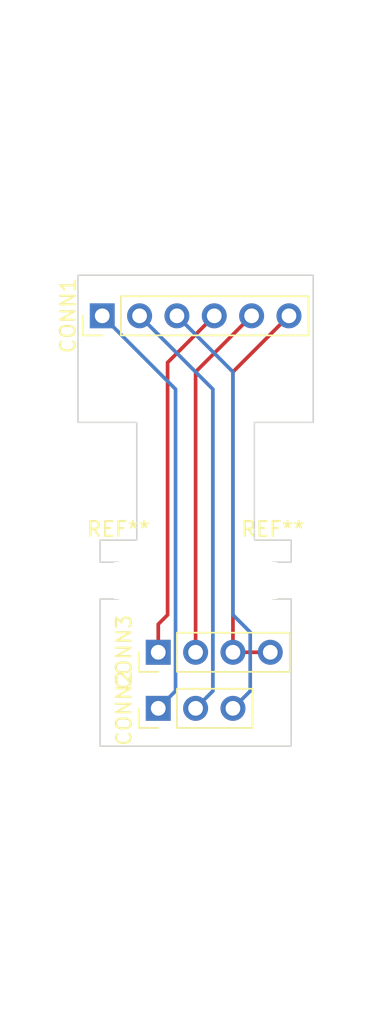
<source format=kicad_pcb>
(kicad_pcb (version 20221018) (generator pcbnew)
  (layers (0 "F.Cu" signal) (31 "B.Cu" signal) (34 "B.Paste" user) (35 "F.Paste" user) (36 "B.SilkS" user "B.Silkscreen") (37 "F.SilkS" user "F.Silkscreen") (38 "B.Mask" user) (39 "F.Mask" user) (44 "Edge.Cuts" user))
  (net 0 "")
  (net 1 "a")
  (net 2 "b")
  (net 3 "5v")
  (net 4 "enc")
  (net 5 "gnd")
  (net 6 "switch_a")
  (footprint "oomlout_oomp_part_footprints:hi14pth_electronic_header_2_54_mm_4_pin_through_hole" (layer "F.Cu") (at -2.54 7.62 90)
    (fp_text reference "CONN3" (at 0 -2.33 90) (layer "F.SilkS"))
    (fp_text value "hi14pth_electronic_header_2_54_mm_4_pin_through_hole")
    (fp_line (start -1.33 -1.33) (end 0 -1.33) (stroke (width 0.12)) (layer "F.SilkS"))
    (fp_line (start -1.33 0) (end -1.33 -1.33) (stroke (width 0.12)) (layer "F.SilkS"))
    (fp_line (start -1.33 1.27) (end -1.33 8.95) (stroke (width 0.12)) (layer "F.SilkS"))
    (fp_line (start -1.33 1.27) (end 1.33 1.27) (stroke (width 0.12)) (layer "F.SilkS"))
    (fp_line (start -1.33 8.95) (end 1.33 8.95) (stroke (width 0.12)) (layer "F.SilkS"))
    (fp_line (start 1.33 1.27) (end 1.33 8.95) (stroke (width 0.12)) (layer "F.SilkS"))
    (pad "1" thru_hole rect (at 0 0 90) (size 1.7 1.7) (drill 1) (layers "*.Cu" "*.Mask") (net 4 "enc"))
    (pad "2" thru_hole oval (at 0 2.54 90) (size 1.7 1.7) (drill 1) (layers "*.Cu" "*.Mask") (net 6 "switch_a"))
    (pad "3" thru_hole oval (at 0 5.08 90) (size 1.7 1.7) (drill 1) (layers "*.Cu" "*.Mask") (net 5 "gnd"))
    (pad "4" thru_hole oval (at 0 7.62 90) (size 1.7 1.7) (drill 1) (layers "*.Cu" "*.Mask") (net 5 "gnd"))
  )
  (footprint "oomlout_oomp_part_footprints:hi16pth_electronic_header_2_54_mm_6_pin_through_hole" (layer "F.Cu") (at -6.35 -15.24 90)
    (fp_text reference "CONN1" (at 0 -2.33 90) (layer "F.SilkS"))
    (fp_text value "hi16pth_electronic_header_2_54_mm_6_pin_through_hole")
    (fp_line (start -1.33 -1.33) (end 0 -1.33) (stroke (width 0.12)) (layer "F.SilkS"))
    (fp_line (start -1.33 0) (end -1.33 -1.33) (stroke (width 0.12)) (layer "F.SilkS"))
    (fp_line (start -1.33 1.27) (end -1.33 14.03) (stroke (width 0.12)) (layer "F.SilkS"))
    (fp_line (start -1.33 1.27) (end 1.33 1.27) (stroke (width 0.12)) (layer "F.SilkS"))
    (fp_line (start -1.33 14.03) (end 1.33 14.03) (stroke (width 0.12)) (layer "F.SilkS"))
    (fp_line (start 1.33 1.27) (end 1.33 14.03) (stroke (width 0.12)) (layer "F.SilkS"))
    (pad "1" thru_hole rect (at 0 0 90) (size 1.7 1.7) (drill 1) (layers "*.Cu" "*.Mask") (net 1 "a"))
    (pad "2" thru_hole oval (at 0 2.54 90) (size 1.7 1.7) (drill 1) (layers "*.Cu" "*.Mask") (net 2 "b"))
    (pad "3" thru_hole oval (at 0 5.08 90) (size 1.7 1.7) (drill 1) (layers "*.Cu" "*.Mask") (net 3 "5v"))
    (pad "4" thru_hole oval (at 0 7.62 90) (size 1.7 1.7) (drill 1) (layers "*.Cu" "*.Mask") (net 4 "enc"))
    (pad "5" thru_hole oval (at 0 10.16 90) (size 1.7 1.7) (drill 1) (layers "*.Cu" "*.Mask") (net 6 "switch_a"))
    (pad "6" thru_hole oval (at 0 12.7 90) (size 1.7 1.7) (drill 1) (layers "*.Cu" "*.Mask") (net 5 "gnd"))
  )
  (footprint "MountingHole:MountingHole_2.5mm" (layer "F.Cu") (at 5.25 2.75)
    (fp_text reference "REF**" (at 0 -3.5) (layer "F.SilkS"))
    (fp_text value "MountingHole_2.5mm")
    (pad "" np_thru_hole circle (at 0 0) (size 2.5 2.5) (drill 2.5) (layers "*.Cu" "*.Mask"))
  )
  (footprint "oomlout_oomp_part_footprints:hi13pth_electronic_header_2_54_mm_3_pin_through_hole" (layer "F.Cu") (at -2.54 11.43 90)
    (fp_text reference "CONN2" (at 0 -2.33 90) (layer "F.SilkS"))
    (fp_text value "hi13pth_electronic_header_2_54_mm_3_pin_through_hole")
    (fp_line (start -1.33 -1.33) (end 0 -1.33) (stroke (width 0.12)) (layer "F.SilkS"))
    (fp_line (start -1.33 0) (end -1.33 -1.33) (stroke (width 0.12)) (layer "F.SilkS"))
    (fp_line (start -1.33 1.27) (end -1.33 6.41) (stroke (width 0.12)) (layer "F.SilkS"))
    (fp_line (start -1.33 1.27) (end 1.33 1.27) (stroke (width 0.12)) (layer "F.SilkS"))
    (fp_line (start -1.33 6.41) (end 1.33 6.41) (stroke (width 0.12)) (layer "F.SilkS"))
    (fp_line (start 1.33 1.27) (end 1.33 6.41) (stroke (width 0.12)) (layer "F.SilkS"))
    (pad "1" thru_hole rect (at 0 0 90) (size 1.7 1.7) (drill 1) (layers "*.Cu" "*.Mask") (net 1 "a"))
    (pad "2" thru_hole oval (at 0 2.54 90) (size 1.7 1.7) (drill 1) (layers "*.Cu" "*.Mask") (net 2 "b"))
    (pad "3" thru_hole oval (at 0 5.08 90) (size 1.7 1.7) (drill 1) (layers "*.Cu" "*.Mask") (net 3 "5v"))
  )
  (footprint "MountingHole:MountingHole_2.5mm" (layer "F.Cu") (at -5.25 2.75)
    (fp_text reference "REF**" (at 0 -3.5) (layer "F.SilkS"))
    (fp_text value "MountingHole_2.5mm")
    (pad "" np_thru_hole circle (at 0 0) (size 2.5 2.5) (drill 2.5) (layers "F&B.Cu" "*.Mask"))
  )
  (gr_line (start -4 0) (end -4 -8) (stroke (width 0.1)) (layer "Edge.Cuts"))
  (gr_line (start -6.5 14) (end 6.5 14) (stroke (width 0.1)) (layer "Edge.Cuts"))
  (gr_line (start 8 -18) (end 8 -8) (stroke (width 0.1)) (layer "Edge.Cuts"))
  (gr_line (start -8 -18) (end 8 -18) (stroke (width 0.1)) (layer "Edge.Cuts"))
  (gr_line (start 6.5 1.5) (end 6.5 0) (stroke (width 0.1)) (layer "Edge.Cuts"))
  (gr_line (start 6.5 0) (end 4 0) (stroke (width 0.1)) (layer "Edge.Cuts"))
  (gr_line (start -4 -8) (end -8 -8) (stroke (width 0.1)) (layer "Edge.Cuts"))
  (gr_line (start -5.25 1.5) (end -5.25 4) (stroke (width 0.1)) (layer "Edge.Cuts"))
  (gr_line (start 6.5 4) (end 5.25 4) (stroke (width 0.1)) (layer "Edge.Cuts"))
  (gr_line (start -6.5 4) (end -6.5 14) (stroke (width 0.1)) (layer "Edge.Cuts"))
  (gr_line (start 4 -8) (end 4 0) (stroke (width 0.1)) (layer "Edge.Cuts"))
  (gr_line (start 5.25 1.5) (end 5.25 4) (stroke (width 0.1)) (layer "Edge.Cuts"))
  (gr_line (start -6.5 0) (end -4 0) (stroke (width 0.1)) (layer "Edge.Cuts"))
  (gr_line (start -8 -8) (end -8 -18) (stroke (width 0.1)) (layer "Edge.Cuts"))
  (gr_line (start 6.5 14) (end 6.5 4) (stroke (width 0.1)) (layer "Edge.Cuts"))
  (gr_line (start -5.25 1.5) (end -6.5 1.5) (stroke (width 0.1)) (layer "Edge.Cuts"))
  (gr_line (start -6.5 1.5) (end -6.5 0) (stroke (width 0.1)) (layer "Edge.Cuts"))
  (gr_line (start 5.25 1.5) (end 6.5 1.5) (stroke (width 0.1)) (layer "Edge.Cuts"))
  (gr_line (start -5.25 4) (end -6.5 4) (stroke (width 0.1)) (layer "Edge.Cuts"))
  (gr_line (start 8 -8) (end 4 -8) (stroke (width 0.1)) (layer "Edge.Cuts"))
  (segment (start -1.365 -10.255) (end -6.35 -15.24) (width 0.25) (layer "B.Cu") (net 1))
  (segment (start -1.365 10.255) (end -1.365 -10.255) (width 0.25) (layer "B.Cu") (net 1))
  (segment (start -2.54 11.43) (end -1.365 10.255) (width 0.25) (layer "B.Cu") (net 1))
  (segment (start 0 11.43) (end 1.175 10.255) (width 0.25) (layer "B.Cu") (net 2))
  (segment (start 1.175 10.255) (end 1.175 -10.255) (width 0.25) (layer "B.Cu") (net 2))
  (segment (start 1.175 -10.255) (end -3.81 -15.24) (width 0.25) (layer "B.Cu") (net 2))
  (segment (start 2.54 -11.43) (end -1.27 -15.24) (width 0.25) (layer "B.Cu") (net 3))
  (segment (start 3.715 10.255) (end 3.715 6.255) (width 0.25) (layer "B.Cu") (net 3))
  (segment (start 2.54 5.08) (end 2.54 -11.43) (width 0.25) (layer "B.Cu") (net 3))
  (segment (start 3.715 6.255) (end 2.54 5.08) (width 0.25) (layer "B.Cu") (net 3))
  (segment (start 2.54 11.43) (end 3.715 10.255) (width 0.25) (layer "B.Cu") (net 3))
  (segment (start -1.905 5.08) (end -1.905 -12.065) (width 0.25) (layer "F.Cu") (net 4))
  (segment (start -1.905 -12.065) (end 1.27 -15.24) (width 0.25) (layer "F.Cu") (net 4))
  (segment (start -2.54 5.715) (end -1.905 5.08) (width 0.25) (layer "F.Cu") (net 4))
  (segment (start -2.54 7.62) (end -2.54 5.715) (width 0.25) (layer "F.Cu") (net 4))
  (segment (start 2.54 7.62) (end 2.54 -11.43) (width 0.25) (layer "F.Cu") (net 5))
  (segment (start 2.54 7.62) (end 5.08 7.62) (width 0.25) (layer "F.Cu") (net 5))
  (segment (start 2.54 -11.43) (end 6.35 -15.24) (width 0.25) (layer "F.Cu") (net 5))
  (segment (start 0 7.62) (end 0 -11.43) (width 0.25) (layer "F.Cu") (net 6))
  (segment (start 0 -11.43) (end 3.81 -15.24) (width 0.25) (layer "F.Cu") (net 6))
)
</source>
